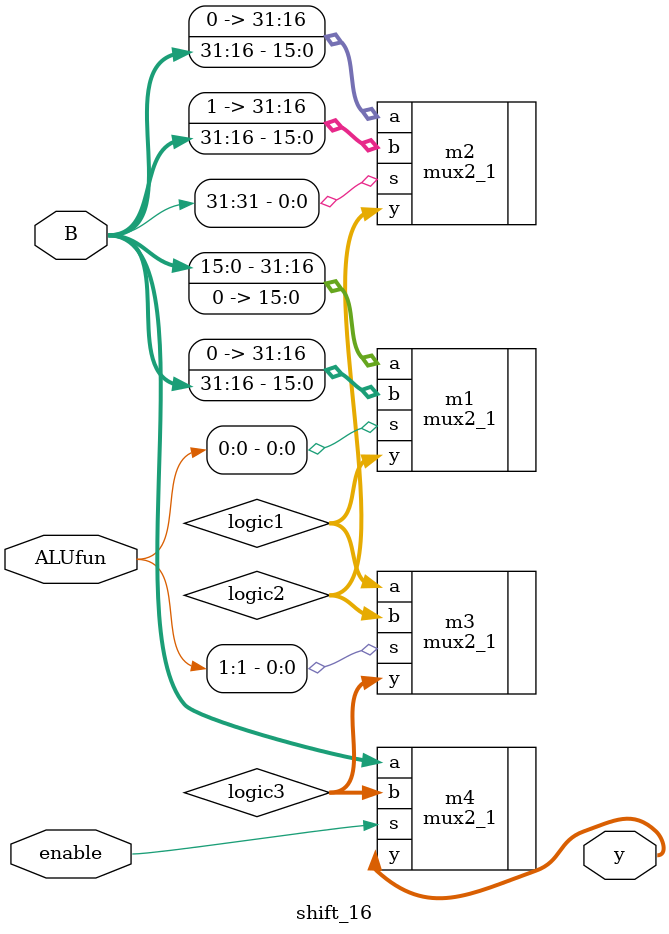
<source format=v>
module shift_16(B,enable,ALUfun,y);
    input[31:0] B;
    input enable;
    input[1:0] ALUfun; //ALUfun[1:0] 00->SLL; 01->SRL; 11->SRA
    output[31:0] y;
    wire[31:0] logic1,logic2,logic3;
    mux2_1 m1(.a({B[15:0],16'b0000_0000_0000_0000}),.b({16'b0000_0000_0000_0000,B[31:16]}),.s(ALUfun[0]),.y(logic1));
    mux2_1 m2(.a({16'b0000_0000_0000_0000,B[31:16]}),.b({16'b1111_1111_1111_1111,B[31:16]}),.s(B[31]),.y(logic2));
    mux2_1 m3(.a(logic1),.b(logic2),.s(ALUfun[1]),.y(logic3));
    mux2_1 m4(.a(B),.b(logic3),.s(enable),.y(y));
endmodule

</source>
